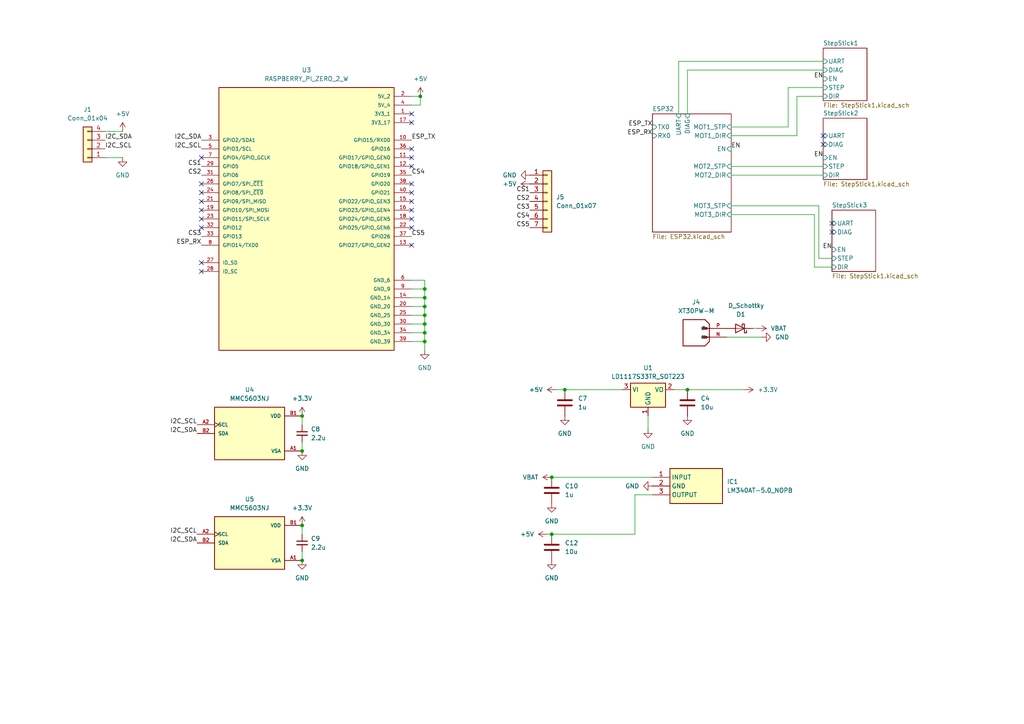
<source format=kicad_sch>
(kicad_sch (version 20231120) (generator "eeschema") (generator_version "8.0")
  (paper "A4")
  (lib_symbols
    (symbol "Connector_Generic:Conn_01x04" (pin_names (offset 1.016) hide)
      (property "Reference" "J" (at 0 5.08 0))
      (property "Value" "Conn_01x04" (at 0 -7.62 0))
      (symbol "Conn_01x04_1_1"
        (rectangle (start -1.27 -4.953) (end 0 -5.207) (stroke (width 0.1524)))
        (rectangle (start -1.27 -2.413) (end 0 -2.667) (stroke (width 0.1524)))
        (rectangle (start -1.27 0.127) (end 0 -0.127) (stroke (width 0.1524)))
        (rectangle (start -1.27 2.667) (end 0 2.413) (stroke (width 0.1524)))
        (rectangle (start -1.27 3.81) (end 1.27 -6.35) (stroke (width 0.254)) (fill (type background)))
        (pin passive line (at -5.08 2.54 0) (length 3.81) (name "Pin_1") (number "1"))
        (pin passive line (at -5.08 0 0) (length 3.81) (name "Pin_2") (number "2"))
        (pin passive line (at -5.08 -2.54 0) (length 3.81) (name "Pin_3") (number "3"))
        (pin passive line (at -5.08 -5.08 0) (length 3.81) (name "Pin_4") (number "4"))
      )
    )
    (symbol "Connector_Generic:Conn_01x07" (pin_names (offset 1.016) hide)
      (property "Reference" "J" (at 0 10.16 0))
      (property "Value" "Conn_01x07" (at 0 -10.16 0))
      (symbol "Conn_01x07_1_1"
        (rectangle (start -1.27 -7.493) (end 0 -7.747) (stroke (width 0.1524)))
        (rectangle (start -1.27 -4.953) (end 0 -5.207) (stroke (width 0.1524)))
        (rectangle (start -1.27 -2.413) (end 0 -2.667) (stroke (width 0.1524)))
        (rectangle (start -1.27 0.127) (end 0 -0.127) (stroke (width 0.1524)))
        (rectangle (start -1.27 2.667) (end 0 2.413) (stroke (width 0.1524)))
        (rectangle (start -1.27 5.207) (end 0 4.953) (stroke (width 0.1524)))
        (rectangle (start -1.27 7.747) (end 0 7.493) (stroke (width 0.1524)))
        (rectangle (start -1.27 8.89) (end 1.27 -8.89) (stroke (width 0.254)) (fill (type background)))
        (pin passive line (at -5.08 7.62 0) (length 3.81) (name "Pin_1") (number "1"))
        (pin passive line (at -5.08 5.08 0) (length 3.81) (name "Pin_2") (number "2"))
        (pin passive line (at -5.08 2.54 0) (length 3.81) (name "Pin_3") (number "3"))
        (pin passive line (at -5.08 0 0) (length 3.81) (name "Pin_4") (number "4"))
        (pin passive line (at -5.08 -2.54 0) (length 3.81) (name "Pin_5") (number "5"))
        (pin passive line (at -5.08 -5.08 0) (length 3.81) (name "Pin_6") (number "6"))
        (pin passive line (at -5.08 -7.62 0) (length 3.81) (name "Pin_7") (number "7"))
      )
    )
    (symbol "Device:C" (pin_numbers hide) (pin_names (offset 0.254))
      (property "Reference" "C" (at 0.635 2.54 0))
      (property "Value" "C" (at 0.635 -2.54 0))
      (symbol "C_0_1"
        (polyline (pts (xy -2.032 -0.762) (xy 2.032 -0.762)) (stroke (width 0.508)))
        (polyline (pts (xy -2.032 0.762) (xy 2.032 0.762)) (stroke (width 0.508)))
      )
      (symbol "C_1_1"
        (pin passive line (at 0 3.81 270) (length 2.794) (name "~") (number "1"))
        (pin passive line (at 0 -3.81 90) (length 2.794) (name "~") (number "2"))
      )
    )
    (symbol "Device:C_Small" (pin_numbers hide) (pin_names (offset 0.254) hide)
      (property "Reference" "C" (at 0.254 1.778 0))
      (property "Value" "C_Small" (at 0.254 -2.032 0))
      (symbol "C_Small_0_1"
        (polyline (pts (xy -1.524 -0.508) (xy 1.524 -0.508)) (stroke (width 0.3302)))
        (polyline (pts (xy -1.524 0.508) (xy 1.524 0.508)) (stroke (width 0.3048)))
      )
      (symbol "C_Small_1_1"
        (pin passive line (at 0 2.54 270) (length 2.032) (name "~") (number "1"))
        (pin passive line (at 0 -2.54 90) (length 2.032) (name "~") (number "2"))
      )
    )
    (symbol "Device:D_Schottky" (pin_numbers hide) (pin_names (offset 1.016) hide)
      (property "Reference" "D" (at 0 2.54 0))
      (property "Value" "D_Schottky" (at 0 -2.54 0))
      (symbol "D_Schottky_0_1"
        (polyline (pts (xy 1.27 0) (xy -1.27 0)))
        (polyline (pts (xy 1.27 1.27) (xy 1.27 -1.27) (xy -1.27 0) (xy 1.27 1.27)) (stroke (width 0.254)))
        (polyline (pts (xy -1.905 0.635) (xy -1.905 1.27) (xy -1.27 1.27) (xy -1.27 -1.27) (xy -0.635 -1.27) (xy -0.635 -0.635)) (stroke (width 0.254)))
      )
      (symbol "D_Schottky_1_1"
        (pin passive line (at -3.81 0 0) (length 2.54) (name "K") (number "1"))
        (pin passive line (at 3.81 0 180) (length 2.54) (name "A") (number "2"))
      )
    )
    (symbol "LM340AT-5_0_NOPB:LM340AT-5.0_NOPB"
      (property "Reference" "IC" (at 21.59 7.62 0))
      (property "Value" "LM340AT-5.0_NOPB" (at 21.59 5.08 0))
      (symbol "LM340AT-5.0_NOPB_1_1"
        (rectangle (start 5.08 2.54) (end 20.32 -7.62) (stroke (width 0.254)) (fill (type background)))
        (pin input line (at 0 0 0) (length 5.08) (name "INPUT") (number "1"))
        (pin power_in line (at 0 -2.54 0) (length 5.08) (name "GND") (number "2"))
        (pin output line (at 0 -5.08 0) (length 5.08) (name "OUTPUT") (number "3"))
      )
    )
    (symbol "MMC5603NJ:MMC5603NJ" (pin_names (offset 1.016))
      (property "Reference" "U" (at -10.16 8.382 0))
      (property "Value" "MMC5603NJ" (at -10.16 -10.16 0))
      (symbol "MMC5603NJ_0_0"
        (rectangle (start -10.16 -7.62) (end 10.16 7.62) (stroke (width 0.254)) (fill (type background)))
        (pin power_in line (at 15.24 -5.08 180) (length 5.08) (name "VSA") (number "A1"))
        (pin input clock (at -15.24 2.54 0) (length 5.08) (name "SCL") (number "A2"))
        (pin power_in line (at 15.24 5.08 180) (length 5.08) (name "VDD") (number "B1"))
        (pin bidirectional line (at -15.24 0 0) (length 5.08) (name "SDA") (number "B2"))
      )
    )
    (symbol "RASPBERRY_PI_ZERO_2_W:RASPBERRY_PI_ZERO_2_W" (pin_names (offset 1.016))
      (property "Reference" "U" (at -25.42 39.3962 0))
      (property "Value" "RASPBERRY_PI_ZERO_2_W" (at -25.4191 -40.6687 0))
      (symbol "RASPBERRY_PI_ZERO_2_W_0_0"
        (rectangle (start -25.4 -38.1) (end 25.4 38.1) (stroke (width 0.254)) (fill (type background)))
        (pin power_in line (at 30.48 30.48 180) (length 5.08) (name "3V3_1") (number "1"))
        (pin bidirectional line (at 30.48 22.86 180) (length 5.08) (name "GPIO15/RXD0") (number "10"))
        (pin bidirectional line (at 30.48 17.78 180) (length 5.08) (name "GPIO17/GPIO_GEN0") (number "11"))
        (pin bidirectional line (at 30.48 15.24 180) (length 5.08) (name "GPIO18/GPIO_GEN1") (number "12"))
        (pin bidirectional line (at 30.48 -7.62 180) (length 5.08) (name "GPIO27/GPIO_GEN2") (number "13"))
        (pin power_in line (at 30.48 -22.86 180) (length 5.08) (name "GND_14") (number "14"))
        (pin bidirectional line (at 30.48 5.08 180) (length 5.08) (name "GPIO22/GPIO_GEN3") (number "15"))
        (pin bidirectional line (at 30.48 2.54 180) (length 5.08) (name "GPIO23/GPIO_GEN4") (number "16"))
        (pin power_in line (at 30.48 27.94 180) (length 5.08) (name "3V3_17") (number "17"))
        (pin bidirectional line (at 30.48 0 180) (length 5.08) (name "GPIO24/GPIO_GEN5") (number "18"))
        (pin bidirectional line (at -30.48 2.54 0) (length 5.08) (name "GPIO10/SPI_MOSI") (number "19"))
        (pin power_in line (at 30.48 35.56 180) (length 5.08) (name "5V_2") (number "2"))
        (pin power_in line (at 30.48 -25.4 180) (length 5.08) (name "GND_20") (number "20"))
        (pin bidirectional line (at -30.48 5.08 0) (length 5.08) (name "GPIO9/SPI_MISO") (number "21"))
        (pin bidirectional line (at 30.48 -2.54 180) (length 5.08) (name "GPIO25/GPIO_GEN6") (number "22"))
        (pin bidirectional line (at -30.48 0 0) (length 5.08) (name "GPIO11/SPI_SCLK") (number "23"))
        (pin bidirectional line (at -30.48 7.62 0) (length 5.08) (name "GPIO8/SPI_~{CE0}") (number "24"))
        (pin power_in line (at 30.48 -27.94 180) (length 5.08) (name "GND_25") (number "25"))
        (pin bidirectional line (at -30.48 10.16 0) (length 5.08) (name "GPIO7/SPI_~{CE1}") (number "26"))
        (pin bidirectional line (at -30.48 -12.7 0) (length 5.08) (name "ID_SD") (number "27"))
        (pin bidirectional line (at -30.48 -15.24 0) (length 5.08) (name "ID_SC") (number "28"))
        (pin bidirectional line (at -30.48 15.24 0) (length 5.08) (name "GPIO5") (number "29"))
        (pin bidirectional line (at -30.48 22.86 0) (length 5.08) (name "GPIO2/SDA1") (number "3"))
        (pin power_in line (at 30.48 -30.48 180) (length 5.08) (name "GND_30") (number "30"))
        (pin bidirectional line (at -30.48 12.7 0) (length 5.08) (name "GPIO6") (number "31"))
        (pin bidirectional line (at -30.48 -2.54 0) (length 5.08) (name "GPIO12") (number "32"))
        (pin bidirectional line (at -30.48 -5.08 0) (length 5.08) (name "GPIO13") (number "33"))
        (pin power_in line (at 30.48 -33.02 180) (length 5.08) (name "GND_34") (number "34"))
        (pin bidirectional line (at 30.48 12.7 180) (length 5.08) (name "GPIO19") (number "35"))
        (pin bidirectional line (at 30.48 20.32 180) (length 5.08) (name "GPIO16") (number "36"))
        (pin bidirectional line (at 30.48 -5.08 180) (length 5.08) (name "GPIO26") (number "37"))
        (pin bidirectional line (at 30.48 10.16 180) (length 5.08) (name "GPIO20") (number "38"))
        (pin power_in line (at 30.48 -35.56 180) (length 5.08) (name "GND_39") (number "39"))
        (pin power_in line (at 30.48 33.02 180) (length 5.08) (name "5V_4") (number "4"))
        (pin bidirectional line (at 30.48 7.62 180) (length 5.08) (name "GPIO21") (number "40"))
        (pin bidirectional line (at -30.48 20.32 0) (length 5.08) (name "GPIO3/SCL") (number "5"))
        (pin power_in line (at 30.48 -17.78 180) (length 5.08) (name "GND_6") (number "6"))
        (pin bidirectional line (at -30.48 17.78 0) (length 5.08) (name "GPIO4/GPIO_GCLK") (number "7"))
        (pin bidirectional line (at -30.48 -7.62 0) (length 5.08) (name "GPIO14/TXD0") (number "8"))
        (pin power_in line (at 30.48 -20.32 180) (length 5.08) (name "GND_9") (number "9"))
      )
    )
    (symbol "Regulator_Linear:LD1117S33TR_SOT223"
      (property "Reference" "U" (at -3.81 3.175 0))
      (property "Value" "LD1117S33TR_SOT223" (at 0 3.175 0))
      (symbol "LD1117S33TR_SOT223_0_1"
        (rectangle (start -5.08 -5.08) (end 5.08 1.905) (stroke (width 0.254)) (fill (type background)))
      )
      (symbol "LD1117S33TR_SOT223_1_1"
        (pin power_in line (at 0 -7.62 90) (length 2.54) (name "GND") (number "1"))
        (pin power_out line (at 7.62 0 180) (length 2.54) (name "VO") (number "2"))
        (pin power_in line (at -7.62 0 0) (length 2.54) (name "VI") (number "3"))
      )
    )
    (symbol "XT30PW-M:XT30PW-M" (pin_names (offset 1.016))
      (property "Reference" "J" (at -7.62 3.302 0))
      (property "Value" "XT30PW-M" (at -7.62 -7.62 0))
      (symbol "XT30PW-M_0_0"
        (rectangle (start -2.2225 -2.8575) (end -0.635 -2.2225) (stroke (width 0.1)) (fill (type outline)))
        (rectangle (start -2.2225 -0.3175) (end -0.635 0.3175) (stroke (width 0.1)) (fill (type outline)))
        (polyline (pts (xy -7.62 -5.08) (xy -7.62 2.54)) (stroke (width 0.254)))
        (polyline (pts (xy -7.62 2.54) (xy -1.27 2.54)) (stroke (width 0.254)))
        (polyline (pts (xy -1.27 -5.08) (xy -7.62 -5.08)) (stroke (width 0.254)))
        (polyline (pts (xy 0 -3.81) (xy -1.27 -5.08)) (stroke (width 0.254)))
        (polyline (pts (xy 0 -2.54) (xy -1.905 -2.54)) (stroke (width 0.254)))
        (polyline (pts (xy 0 0) (xy -1.905 0)) (stroke (width 0.254)))
        (polyline (pts (xy 0 0) (xy 0 -3.81)) (stroke (width 0.254)))
        (polyline (pts (xy 0 1.27) (xy -1.27 2.54)) (stroke (width 0.254)))
        (polyline (pts (xy 0 1.27) (xy 0 0)) (stroke (width 0.254)))
        (pin power_in line (at 5.08 -2.54 180) (length 5.08) (name "N") (number "N"))
        (pin power_in line (at 5.08 0 180) (length 5.08) (name "P") (number "P"))
      )
    )
    (symbol "power:+3.3V" (power) (pin_numbers hide) (pin_names (offset 0) hide)
      (property "Value" "+3.3V" (at 0 3.556 0))
      (symbol "+3.3V_0_1"
        (polyline (pts (xy -0.762 1.27) (xy 0 2.54)))
        (polyline (pts (xy 0 0) (xy 0 2.54)))
        (polyline (pts (xy 0 2.54) (xy 0.762 1.27)))
      )
      (symbol "+3.3V_1_1"
        (pin power_in line (at 0 0 90) (length 0) (name "~") (number "1"))
      )
    )
    (symbol "power:+5V" (power) (pin_numbers hide) (pin_names (offset 0) hide)
      (property "Value" "+5V" (at 0 3.556 0))
      (symbol "+5V_0_1"
        (polyline (pts (xy -0.762 1.27) (xy 0 2.54)))
        (polyline (pts (xy 0 0) (xy 0 2.54)))
        (polyline (pts (xy 0 2.54) (xy 0.762 1.27)))
      )
      (symbol "+5V_1_1"
        (pin power_in line (at 0 0 90) (length 0) (name "~") (number "1"))
      )
    )
    (symbol "power:GND" (power) (pin_numbers hide) (pin_names (offset 0) hide)
      (property "Value" "GND" (at 0 -3.81 0))
      (symbol "GND_0_1"
        (polyline (pts (xy 0 0) (xy 0 -1.27) (xy 1.27 -1.27) (xy 0 -2.54) (xy -1.27 -1.27) (xy 0 -1.27)))
      )
      (symbol "GND_1_1"
        (pin power_in line (at 0 0 270) (length 0) (name "~") (number "1"))
      )
    )
    (symbol "power:VD" (power) (pin_numbers hide) (pin_names (offset 0) hide)
      (property "Value" "VD" (at 0 3.556 0))
      (symbol "VD_0_1"
        (polyline (pts (xy -0.762 1.27) (xy 0 2.54)))
        (polyline (pts (xy 0 0) (xy 0 2.54)))
        (polyline (pts (xy 0 2.54) (xy 0.762 1.27)))
      )
      (symbol "VD_1_1"
        (pin power_in line (at 0 0 90) (length 0) (name "~") (number "1"))
      )
    )
  )
  (junction (at 87.63 130.81))
  (junction (at 123.19 83.82))
  (junction (at 121.92 27.94))
  (junction (at 123.19 99.06))
  (junction (at 123.19 86.36))
  (junction (at 123.19 88.9))
  (junction (at 160.02 154.94))
  (junction (at 87.63 120.65))
  (junction (at 87.63 152.4))
  (junction (at 160.02 138.43))
  (junction (at 163.83 113.03))
  (junction (at 123.19 93.98))
  (junction (at 199.39 113.03))
  (junction (at 87.63 162.56))
  (junction (at 123.19 96.52))
  (junction (at 123.19 91.44))
  (no_connect (at 238.76 41.91))
  (no_connect (at 119.38 48.26))
  (no_connect (at 58.42 55.88))
  (no_connect (at 241.3 64.77))
  (no_connect (at 58.42 58.42))
  (no_connect (at 58.42 78.74))
  (no_connect (at 119.38 58.42))
  (no_connect (at 58.42 76.2))
  (no_connect (at 119.38 71.12))
  (no_connect (at 119.38 60.96))
  (no_connect (at 238.76 39.37))
  (no_connect (at 58.42 53.34))
  (no_connect (at 119.38 45.72))
  (no_connect (at 58.42 60.96))
  (no_connect (at 119.38 53.34))
  (no_connect (at 58.42 63.5))
  (no_connect (at 119.38 43.18))
  (no_connect (at 58.42 66.04))
  (no_connect (at 119.38 55.88))
  (no_connect (at 241.3 67.31))
  (no_connect (at 58.42 45.72))
  (no_connect (at 119.38 33.02))
  (no_connect (at 119.38 35.56))
  (no_connect (at 119.38 63.5))
  (no_connect (at 119.38 66.04))
  (wire (pts (xy 199.39 113.03) (xy 215.9 113.03)))
  (wire (pts (xy 30.48 38.1) (xy 35.56 38.1)))
  (wire (pts (xy 123.19 81.28) (xy 123.19 83.82)))
  (wire (pts (xy 119.38 93.98) (xy 123.19 93.98)))
  (wire (pts (xy 119.38 83.82) (xy 123.19 83.82)))
  (wire (pts (xy 189.23 143.51) (xy 184.15 143.51)))
  (wire (pts (xy 87.63 160.02) (xy 87.63 162.56)))
  (wire (pts (xy 160.02 154.94) (xy 184.15 154.94)))
  (wire (pts (xy 231.14 27.94) (xy 238.76 27.94)))
  (wire (pts (xy 160.02 138.43) (xy 189.23 138.43)))
  (wire (pts (xy 237.49 59.69) (xy 212.09 59.69)))
  (wire (pts (xy 123.19 91.44) (xy 123.19 93.98)))
  (wire (pts (xy 238.76 17.78) (xy 196.85 17.78)))
  (wire (pts (xy 231.14 39.37) (xy 212.09 39.37)))
  (wire (pts (xy 199.39 113.03) (xy 195.58 113.03)))
  (wire (pts (xy 121.92 30.48) (xy 121.92 27.94)))
  (wire (pts (xy 163.83 113.03) (xy 180.34 113.03)))
  (wire (pts (xy 119.38 96.52) (xy 123.19 96.52)))
  (wire (pts (xy 119.38 27.94) (xy 121.92 27.94)))
  (wire (pts (xy 237.49 74.93) (xy 237.49 59.69)))
  (wire (pts (xy 119.38 30.48) (xy 121.92 30.48)))
  (wire (pts (xy 123.19 83.82) (xy 123.19 86.36)))
  (wire (pts (xy 119.38 81.28) (xy 123.19 81.28)))
  (wire (pts (xy 123.19 86.36) (xy 123.19 88.9)))
  (wire (pts (xy 238.76 20.32) (xy 199.39 20.32)))
  (wire (pts (xy 158.75 154.94) (xy 160.02 154.94)))
  (wire (pts (xy 123.19 96.52) (xy 123.19 99.06)))
  (wire (pts (xy 30.48 45.72) (xy 35.56 45.72)))
  (wire (pts (xy 87.63 120.65) (xy 87.63 123.19)))
  (wire (pts (xy 220.98 97.79) (xy 210.82 97.79)))
  (wire (pts (xy 119.38 91.44) (xy 123.19 91.44)))
  (wire (pts (xy 228.6 25.4) (xy 228.6 36.83)))
  (wire (pts (xy 123.19 88.9) (xy 123.19 91.44)))
  (wire (pts (xy 219.71 95.25) (xy 218.44 95.25)))
  (wire (pts (xy 231.14 27.94) (xy 231.14 39.37)))
  (wire (pts (xy 87.63 128.27) (xy 87.63 130.81)))
  (wire (pts (xy 236.22 77.47) (xy 241.3 77.47)))
  (wire (pts (xy 228.6 36.83) (xy 212.09 36.83)))
  (wire (pts (xy 237.49 74.93) (xy 241.3 74.93)))
  (wire (pts (xy 236.22 77.47) (xy 236.22 62.23)))
  (wire (pts (xy 212.09 48.26) (xy 238.76 48.26)))
  (wire (pts (xy 161.29 113.03) (xy 163.83 113.03)))
  (wire (pts (xy 199.39 20.32) (xy 199.39 33.02)))
  (wire (pts (xy 87.63 152.4) (xy 87.63 154.94)))
  (wire (pts (xy 196.85 17.78) (xy 196.85 33.02)))
  (wire (pts (xy 187.96 124.46) (xy 187.96 120.65)))
  (wire (pts (xy 119.38 99.06) (xy 123.19 99.06)))
  (wire (pts (xy 228.6 25.4) (xy 238.76 25.4)))
  (wire (pts (xy 119.38 88.9) (xy 123.19 88.9)))
  (wire (pts (xy 184.15 143.51) (xy 184.15 154.94)))
  (wire (pts (xy 236.22 62.23) (xy 212.09 62.23)))
  (wire (pts (xy 123.19 99.06) (xy 123.19 101.6)))
  (wire (pts (xy 123.19 93.98) (xy 123.19 96.52)))
  (wire (pts (xy 212.09 50.8) (xy 238.76 50.8)))
  (wire (pts (xy 119.38 86.36) (xy 123.19 86.36)))
  (label "CS4" (at 153.67 63.5 180))
  (label "CS5" (at 119.38 68.58 0))
  (label "EN" (at 241.3 72.39 180))
  (label "EN" (at 238.76 22.86 180))
  (label "I2C_SDA" (at 57.15 125.73 180))
  (label "CS2" (at 58.42 50.8 180))
  (label "ESP_TX" (at 119.38 40.64 0))
  (label "CS3" (at 58.42 68.58 180))
  (label "CS1" (at 153.67 55.88 180))
  (label "CS4" (at 119.38 50.8 0))
  (label "EN" (at 212.09 43.18 0))
  (label "CS3" (at 153.67 60.96 180))
  (label "CS1" (at 58.42 48.26 180))
  (label "I2C_SCL" (at 58.42 43.18 180))
  (label "I2C_SCL" (at 57.15 123.19 180))
  (label "ESP_RX" (at 58.42 71.12 180))
  (label "I2C_SDA" (at 57.15 157.48 180))
  (label "I2C_SCL" (at 57.15 154.94 180))
  (label "ESP_RX" (at 189.23 39.37 180))
  (label "EN" (at 238.76 45.72 180))
  (label "I2C_SCL" (at 30.48 43.18 0))
  (label "ESP_TX" (at 189.23 36.83 180))
  (label "CS5" (at 153.67 66.04 180))
  (label "I2C_SDA" (at 58.42 40.64 180))
  (label "CS2" (at 153.67 58.42 180))
  (label "I2C_SDA" (at 30.48 40.64 0))
  (symbol (lib_id "Connector_Generic:Conn_01x04") (at 25.4 43.18 180) (unit 1)
    (property "Reference" "J1" (at 25.4 31.75 0))
    (property "Value" "Conn_01x04" (at 25.4 34.29 0))
    (property "Footprint" "Connector_PinHeader_2.54mm:PinHeader_1x04_P2.54mm_Vertical" (effects (hide yes)))
    (property "Description" "Generic connector, single row, 01x04, script generated (kicad-library-utils/schlib/autogen/connector/)" (effects (hide yes)))
  )
  (symbol (lib_id "power:GND") (at 35.56 45.72 0) (unit 1)
    (property "Reference" "#PWR043" (effects (hide yes)))
    (property "Value" "GND" (at 35.56 50.8 0))
    (property "Description" "Power symbol creates a global label with name \"GND\" , ground" (effects (hide yes)))
  )
  (symbol (lib_id "power:+5V") (at 35.56 38.1 0) (unit 1)
    (property "Reference" "#PWR042" (effects (hide yes)))
    (property "Value" "+5V" (at 35.56 33.02 0))
    (property "Description" "Power symbol creates a global label with name \"+5V\"" (effects (hide yes)))
  )
  (symbol (lib_id "power:GND") (at 87.63 162.56 0) (unit 1)
    (property "Reference" "#PWR038" (effects (hide yes)))
    (property "Value" "GND" (at 87.63 167.64 0))
    (property "Description" "Power symbol creates a global label with name \"GND\" , ground" (effects (hide yes)))
  )
  (symbol (lib_id "power:+5V") (at 161.29 113.03 90) (unit 1)
    (property "Reference" "#PWR01" (effects (hide yes)))
    (property "Value" "+5V" (at 157.48 113.0299 90) (effects (justify left)))
    (property "Description" "Power symbol creates a global label with name \"+5V\"" (effects (hide yes)))
  )
  (symbol (lib_id "power:GND") (at 163.83 120.65 0) (unit 1)
    (property "Reference" "#PWR031" (effects (hide yes)))
    (property "Value" "GND" (at 163.83 125.73 0))
    (property "Description" "Power symbol creates a global label with name \"GND\" , ground" (effects (hide yes)))
  )
  (symbol (lib_id "RASPBERRY_PI_ZERO_2_W:RASPBERRY_PI_ZERO_2_W") (at 88.9 63.5 0) (unit 1)
    (property "Reference" "U3" (at 88.9 20.32 0))
    (property "Value" "RASPBERRY_PI_ZERO_2_W" (at 88.9 22.86 0))
    (property "Footprint" "RASPBERRY_PI_ZERO_2_W:MODULE_RASPBERRY_PI_ZERO_2_W" (effects (hide yes)))
    (property "MF" "Raspberry Pi" (effects (hide yes)))
    (property "Description_1" "\n                        \n                            At the heart of Raspberry Pi Zero 2 W is RP3A0, a custom-built system-in-package designed by Raspberry Pi in the UK.\n                        \n" (effects (hide yes)))
    (property "Package" "None" (effects (hide yes)))
    (property "Price" "None" (effects (hide yes)))
    (property "Check_prices" "https://www.snapeda.com/parts/RASPBERRY%20PI%20ZERO%202%20W/Raspberry+Pi/view-part/?ref=eda" (effects (hide yes)))
    (property "STANDARD" "Manufacturer Recommendations" (effects (hide yes)))
    (property "PARTREV" "April 2024" (effects (hide yes)))
    (property "SnapEDA_Link" "https://www.snapeda.com/parts/RASPBERRY%20PI%20ZERO%202%20W/Raspberry+Pi/view-part/?ref=snap" (effects (hide yes)))
    (property "MP" "RASPBERRY PI ZERO 2 W" (effects (hide yes)))
    (property "Availability" "In Stock" (effects (hide yes)))
    (property "MANUFACTURER" "Raspberry Pi" (effects (hide yes)))
  )
  (symbol (lib_id "Regulator_Linear:LD1117S33TR_SOT223") (at 187.96 113.03 0) (unit 1)
    (property "Reference" "U1" (at 187.96 106.68 0))
    (property "Value" "LD1117S33TR_SOT223" (at 187.96 109.22 0))
    (property "Footprint" "Package_TO_SOT_SMD:SOT-223-3_TabPin2" (effects (hide yes)))
    (property "Datasheet" "http://www.st.com/st-web-ui/static/active/en/resource/technical/document/datasheet/CD00000544.pdf" (effects (hide yes)))
    (property "Description" "800mA Fixed Low Drop Positive Voltage Regulator, Fixed Output 3.3V, SOT-223" (effects (hide yes)))
  )
  (symbol (lib_id "MMC5603NJ:MMC5603NJ") (at 72.39 125.73 0) (unit 1)
    (property "Reference" "U4" (at 72.39 113.03 0))
    (property "Value" "MMC5603NJ" (at 72.39 115.57 0))
    (property "Footprint" "MMC5603NJ:XDCR_MMC5603NJ" (effects (hide yes)))
    (property "MF" "Memsic Inc." (effects (hide yes)))
    (property "MAXIMUM_PACKAGE_HEIGHT" "0.6 mm" (effects (hide yes)))
    (property "Package" "UFBGA-4 Memsic Inc." (effects (hide yes)))
    (property "Price" "None" (effects (hide yes)))
    (property "Check_prices" "https://www.snapeda.com/parts/MMC5603NJ/Memsic/view-part/?ref=eda" (effects (hide yes)))
    (property "STANDARD" "Manufacturer Recommendations" (effects (hide yes)))
    (property "PARTREV" "B" (effects (hide yes)))
    (property "SnapEDA_Link" "https://www.snapeda.com/parts/MMC5603NJ/Memsic/view-part/?ref=snap" (effects (hide yes)))
    (property "MP" "MMC5603NJ" (effects (hide yes)))
    (property "Description_1" "\n                        \n                            Magnetoresistive Sensor X, Y, Z Axis 4-WLP (0.82x0.82)\n                        \n" (effects (hide yes)))
    (property "SNAPEDA_PN" "MMC5603NJ" (effects (hide yes)))
    (property "Availability" "In Stock" (effects (hide yes)))
    (property "MANUFACTURER" "Memsic Inc." (effects (hide yes)))
  )
  (symbol (lib_id "Connector_Generic:Conn_01x07") (at 158.75 58.42 0) (unit 1)
    (property "Reference" "J5" (at 161.29 57.1499 0) (effects (justify left)))
    (property "Value" "Conn_01x07" (at 161.29 59.6899 0) (effects (justify left)))
    (property "Footprint" "Connector_PinSocket_2.54mm:PinSocket_1x07_P2.54mm_Vertical" (effects (hide yes)))
    (property "Description" "Generic connector, single row, 01x07, script generated (kicad-library-utils/schlib/autogen/connector/)" (effects (hide yes)))
  )
  (symbol (lib_id "power:GND") (at 87.63 130.81 0) (unit 1)
    (property "Reference" "#PWR019" (effects (hide yes)))
    (property "Value" "GND" (at 87.63 135.89 0))
    (property "Description" "Power symbol creates a global label with name \"GND\" , ground" (effects (hide yes)))
  )
  (symbol (lib_id "power:VD") (at 219.71 95.25 270) (unit 1)
    (property "Reference" "#PWR044" (effects (hide yes)))
    (property "Value" "VBAT" (at 223.52 95.2501 90) (effects (justify left)))
    (property "Description" "Power symbol creates a global label with name \"VD\"" (effects (hide yes)))
  )
  (symbol (lib_id "power:+5V") (at 121.92 27.94 0) (unit 1)
    (property "Reference" "#PWR040" (effects (hide yes)))
    (property "Value" "+5V" (at 121.92 22.86 0))
    (property "Description" "Power symbol creates a global label with name \"+5V\"" (effects (hide yes)))
  )
  (symbol (lib_id "Device:D_Schottky") (at 214.63 95.25 180) (unit 1)
    (property "Reference" "D1" (at 214.884 91.186 0))
    (property "Value" "D_Schottky" (at 216.408 88.646 0))
    (property "Footprint" "Diode_SMD:D_SMC" (effects (hide yes)))
    (property "Description" "Schottky diode" (effects (hide yes)))
  )
  (symbol (lib_id "power:GND") (at 187.96 124.46 0) (unit 1)
    (property "Reference" "#PWR02" (effects (hide yes)))
    (property "Value" "GND" (at 187.96 129.54 0))
    (property "Description" "Power symbol creates a global label with name \"GND\" , ground" (effects (hide yes)))
  )
  (symbol (lib_id "power:GND") (at 189.23 140.97 270) (unit 1)
    (property "Reference" "#PWR039" (effects (hide yes)))
    (property "Value" "GND" (at 185.42 140.9699 90) (effects (justify right)))
    (property "Description" "Power symbol creates a global label with name \"GND\" , ground" (effects (hide yes)))
  )
  (symbol (lib_id "power:GND") (at 123.19 101.6 0) (unit 1)
    (property "Reference" "#PWR041" (effects (hide yes)))
    (property "Value" "GND" (at 123.19 106.68 0))
    (property "Description" "Power symbol creates a global label with name \"GND\" , ground" (effects (hide yes)))
  )
  (symbol (lib_id "Device:C") (at 163.83 116.84 0) (unit 1)
    (property "Reference" "C7" (at 167.64 115.5699 0) (effects (justify left)))
    (property "Value" "1u" (at 167.64 118.1099 0) (effects (justify left)))
    (property "Footprint" "Capacitor_SMD:C_0603_1608Metric_Pad1.08x0.95mm_HandSolder" (effects (hide yes)))
    (property "Description" "Unpolarized capacitor" (effects (hide yes)))
  )
  (symbol (lib_id "power:+5V") (at 158.75 154.94 90) (unit 1)
    (property "Reference" "#PWR017" (effects (hide yes)))
    (property "Value" "+5V" (at 154.94 154.9399 90) (effects (justify left)))
    (property "Description" "Power symbol creates a global label with name \"+5V\"" (effects (hide yes)))
  )
  (symbol (lib_id "power:GND") (at 199.39 120.65 0) (unit 1)
    (property "Reference" "#PWR015" (effects (hide yes)))
    (property "Value" "GND" (at 199.39 125.73 0))
    (property "Description" "Power symbol creates a global label with name \"GND\" , ground" (effects (hide yes)))
  )
  (symbol (lib_id "XT30PW-M:XT30PW-M") (at 205.74 95.25 0) (unit 1)
    (property "Reference" "J4" (at 201.93 87.63 0))
    (property "Value" "XT30PW-M" (at 201.93 90.17 0))
    (property "Footprint" "XT30PW-M:AMASS_XT30PW-M" (effects (hide yes)))
    (property "MF" "AMASS" (effects (hide yes)))
    (property "MAXIMUM_PACKAGE_HEIGHT" "5 mm" (effects (hide yes)))
    (property "Package" "None" (effects (hide yes)))
    (property "Price" "None" (effects (hide yes)))
    (property "Check_prices" "https://www.snapeda.com/parts/XT30PW-M/AMASS/view-part/?ref=eda" (effects (hide yes)))
    (property "STANDARD" "Manufacturer Recommendations" (effects (hide yes)))
    (property "PARTREV" "1.2" (effects (hide yes)))
    (property "SnapEDA_Link" "https://www.snapeda.com/parts/XT30PW-M/AMASS/view-part/?ref=snap" (effects (hide yes)))
    (property "MP" "XT30PW-M" (effects (hide yes)))
    (property "Description_1" "\n                        \n                            Socket; DC supply; XT30; male; PIN: 2; on PCBs; THT; Colour: yellow\n                        \n" (effects (hide yes)))
    (property "MANUFACTURER" "Amass" (effects (hide yes)))
    (property "Availability" "Not in stock" (effects (hide yes)))
    (property "SNAPEDA_PN" "XT30PW-M" (effects (hide yes)))
  )
  (symbol (lib_id "Device:C") (at 160.02 142.24 0) (unit 1)
    (property "Reference" "C10" (at 163.83 140.9699 0) (effects (justify left)))
    (property "Value" "1u" (at 163.83 143.5099 0) (effects (justify left)))
    (property "Footprint" "Capacitor_SMD:C_0603_1608Metric_Pad1.08x0.95mm_HandSolder" (effects (hide yes)))
    (property "Description" "Unpolarized capacitor" (effects (hide yes)))
  )
  (symbol (lib_id "Device:C") (at 199.39 116.84 0) (unit 1)
    (property "Reference" "C4" (at 203.2 115.5699 0) (effects (justify left)))
    (property "Value" "10u" (at 203.2 118.1099 0) (effects (justify left)))
    (property "Footprint" "Capacitor_SMD:C_0603_1608Metric_Pad1.08x0.95mm_HandSolder" (effects (hide yes)))
    (property "Description" "Unpolarized capacitor" (effects (hide yes)))
  )
  (symbol (lib_id "power:+3.3V") (at 87.63 120.65 0) (unit 1)
    (property "Reference" "#PWR018" (effects (hide yes)))
    (property "Value" "+3.3V" (at 87.63 115.57 0))
    (property "Description" "Power symbol creates a global label with name \"+3.3V\"" (effects (hide yes)))
  )
  (symbol (lib_id "power:GND") (at 220.98 97.79 90) (unit 1)
    (property "Reference" "#PWR045" (effects (hide yes)))
    (property "Value" "GND" (at 224.79 97.7901 90) (effects (justify right)))
    (property "Description" "Power symbol creates a global label with name \"GND\" , ground" (effects (hide yes)))
  )
  (symbol (lib_id "Device:C") (at 160.02 158.75 0) (unit 1)
    (property "Reference" "C12" (at 163.83 157.4799 0) (effects (justify left)))
    (property "Value" "10u" (at 163.83 160.0199 0) (effects (justify left)))
    (property "Footprint" "Capacitor_SMD:C_0603_1608Metric_Pad1.08x0.95mm_HandSolder" (effects (hide yes)))
    (property "Description" "Unpolarized capacitor" (effects (hide yes)))
  )
  (symbol (lib_id "power:GND") (at 160.02 162.56 0) (unit 1)
    (property "Reference" "#PWR036" (effects (hide yes)))
    (property "Value" "GND" (at 160.02 167.64 0))
    (property "Description" "Power symbol creates a global label with name \"GND\" , ground" (effects (hide yes)))
  )
  (symbol (lib_id "power:+3.3V") (at 215.9 113.03 270) (unit 1)
    (property "Reference" "#PWR016" (effects (hide yes)))
    (property "Value" "+3.3V" (at 219.71 113.0299 90) (effects (justify left)))
    (property "Description" "Power symbol creates a global label with name \"+3.3V\"" (effects (hide yes)))
  )
  (symbol (lib_id "power:+3.3V") (at 87.63 152.4 0) (unit 1)
    (property "Reference" "#PWR037" (effects (hide yes)))
    (property "Value" "+3.3V" (at 87.63 147.32 0))
    (property "Description" "Power symbol creates a global label with name \"+3.3V\"" (effects (hide yes)))
  )
  (symbol (lib_id "LM340AT-5_0_NOPB:LM340AT-5.0_NOPB") (at 189.23 138.43 0) (unit 1)
    (property "Reference" "IC1" (at 210.82 139.6999 0) (effects (justify left)))
    (property "Value" "LM340AT-5.0_NOPB" (at 210.82 142.2399 0) (effects (justify left)))
    (property "Footprint" "Package_TO_SOT_THT:TO-220-3_Horizontal_TabDown" (effects (hide yes)))
    (property "Datasheet" "http://www.ti.com/lit/gpn/lm340" (effects (hide yes)))
    (property "Description" "1.5A, Fixed Output Linear Regulator" (effects (hide yes)))
    (property "Height" "4.7" (effects (hide yes)))
    (property "Manufacturer_Name" "Texas Instruments" (effects (hide yes)))
    (property "Manufacturer_Part_Number" "LM340AT-5.0/NOPB" (effects (hide yes)))
  )
  (symbol (lib_id "MMC5603NJ:MMC5603NJ") (at 72.39 157.48 0) (unit 1)
    (property "Reference" "U5" (at 72.39 144.78 0))
    (property "Value" "MMC5603NJ" (at 72.39 147.32 0))
    (property "Footprint" "MMC5603NJ:XDCR_MMC5603NJ" (effects (hide yes)))
    (property "MF" "Memsic Inc." (effects (hide yes)))
    (property "MAXIMUM_PACKAGE_HEIGHT" "0.6 mm" (effects (hide yes)))
    (property "Package" "UFBGA-4 Memsic Inc." (effects (hide yes)))
    (property "Price" "None" (effects (hide yes)))
    (property "Check_prices" "https://www.snapeda.com/parts/MMC5603NJ/Memsic/view-part/?ref=eda" (effects (hide yes)))
    (property "STANDARD" "Manufacturer Recommendations" (effects (hide yes)))
    (property "PARTREV" "B" (effects (hide yes)))
    (property "SnapEDA_Link" "https://www.snapeda.com/parts/MMC5603NJ/Memsic/view-part/?ref=snap" (effects (hide yes)))
    (property "MP" "MMC5603NJ" (effects (hide yes)))
    (property "Description_1" "\n                        \n                            Magnetoresistive Sensor X, Y, Z Axis 4-WLP (0.82x0.82)\n                        \n" (effects (hide yes)))
    (property "SNAPEDA_PN" "MMC5603NJ" (effects (hide yes)))
    (property "Availability" "In Stock" (effects (hide yes)))
    (property "MANUFACTURER" "Memsic Inc." (effects (hide yes)))
  )
  (symbol (lib_id "power:+5V") (at 153.67 53.34 90) (unit 1)
    (property "Reference" "#PWR046" (effects (hide yes)))
    (property "Value" "+5V" (at 149.86 53.3399 90) (effects (justify left)))
    (property "Description" "Power symbol creates a global label with name \"+5V\"" (effects (hide yes)))
  )
  (symbol (lib_id "power:GND") (at 160.02 146.05 0) (unit 1)
    (property "Reference" "#PWR034" (effects (hide yes)))
    (property "Value" "GND" (at 160.02 151.13 0))
    (property "Description" "Power symbol creates a global label with name \"GND\" , ground" (effects (hide yes)))
  )
  (symbol (lib_id "Device:C_Small") (at 87.63 157.48 0) (unit 1)
    (property "Reference" "C9" (at 90.17 156.2162 0) (effects (justify left)))
    (property "Value" "2.2u" (at 90.17 158.7562 0) (effects (justify left)))
    (property "Footprint" "Capacitor_SMD:C_0603_1608Metric_Pad1.08x0.95mm_HandSolder" (effects (hide yes)))
    (property "Description" "Unpolarized capacitor, small symbol" (effects (hide yes)))
  )
  (symbol (lib_id "power:VD") (at 160.02 138.43 90) (unit 1)
    (property "Reference" "#PWR033" (effects (hide yes)))
    (property "Value" "VBAT" (at 156.21 138.4299 90) (effects (justify left)))
    (property "Description" "Power symbol creates a global label with name \"VD\"" (effects (hide yes)))
  )
  (symbol (lib_id "power:GND") (at 153.67 50.8 270) (unit 1)
    (property "Reference" "#PWR047" (effects (hide yes)))
    (property "Value" "GND" (at 149.86 50.7999 90) (effects (justify right)))
    (property "Description" "Power symbol creates a global label with name \"GND\" , ground" (effects (hide yes)))
  )
  (symbol (lib_id "Device:C_Small") (at 87.63 125.73 0) (unit 1)
    (property "Reference" "C8" (at 90.17 124.4662 0) (effects (justify left)))
    (property "Value" "2.2u" (at 90.17 127.0062 0) (effects (justify left)))
    (property "Footprint" "Capacitor_SMD:C_0603_1608Metric_Pad1.08x0.95mm_HandSolder" (effects (hide yes)))
    (property "Description" "Unpolarized capacitor, small symbol" (effects (hide yes)))
  )
  (sheet (at 189.23 33.02) (size 22.86 34.29) (stroke (width 0.1524))
    (property "Sheetname" "ESP32" (at 189.23 32.3084 0) (effects (justify left bottom)))
    (property "Sheetfile" "ESP32.kicad_sch" (at 189.23 67.8946 0) (effects (justify left top)))
    (pin "TX0" input (at 189.23 36.83 180))
    (pin "RX0" input (at 189.23 39.37 180))
    (pin "MOT3_DIR" input (at 212.09 62.23 0))
    (pin "MOT2_DIR" input (at 212.09 50.8 0))
    (pin "MOT3_STP" input (at 212.09 59.69 0))
    (pin "MOT2_STP" input (at 212.09 48.26 0))
    (pin "MOT1_STP" input (at 212.09 36.83 0))
    (pin "MOT1_DIR" input (at 212.09 39.37 0))
    (pin "EN" input (at 212.09 43.18 0))
    (pin "DIAG" input (at 199.39 33.02 90))
    (pin "UART" input (at 196.85 33.02 90))
  )
  (sheet (at 238.76 13.97) (size 12.7 15.24) (stroke (width 0.1524))
    (property "Sheetname" "StepStick1" (at 238.76 13.2584 0) (effects (justify left bottom)))
    (property "Sheetfile" "StepStick1.kicad_sch" (at 238.76 29.7946 0) (effects (justify left top)))
    (pin "STEP" input (at 238.76 25.4 180))
    (pin "DIR" input (at 238.76 27.94 180))
    (pin "EN" input (at 238.76 22.86 180))
    (pin "DIAG" input (at 238.76 20.32 180))
    (pin "UART" input (at 238.76 17.78 180))
  )
  (sheet (at 241.3 60.96) (size 12.7 17.78) (stroke (width 0.1524))
    (property "Sheetname" "StepStick3" (at 241.3 60.2484 0) (effects (justify left bottom)))
    (property "Sheetfile" "StepStick1.kicad_sch" (at 241.3 79.3246 0) (effects (justify left top)))
    (pin "STEP" input (at 241.3 74.93 180))
    (pin "DIR" input (at 241.3 77.47 180))
    (pin "EN" input (at 241.3 72.39 180))
    (pin "DIAG" input (at 241.3 67.31 180))
    (pin "UART" input (at 241.3 64.77 180))
  )
  (sheet (at 238.76 34.29) (size 12.7 17.78) (stroke (width 0.1524))
    (property "Sheetname" "StepStick2" (at 238.76 33.5784 0) (effects (justify left bottom)))
    (property "Sheetfile" "StepStick1.kicad_sch" (at 238.76 52.6546 0) (effects (justify left top)))
    (pin "STEP" input (at 238.76 48.26 180))
    (pin "DIR" input (at 238.76 50.8 180))
    (pin "EN" input (at 238.76 45.72 180))
    (pin "DIAG" input (at 238.76 41.91 180))
    (pin "UART" input (at 238.76 39.37 180))
  )
)
</source>
